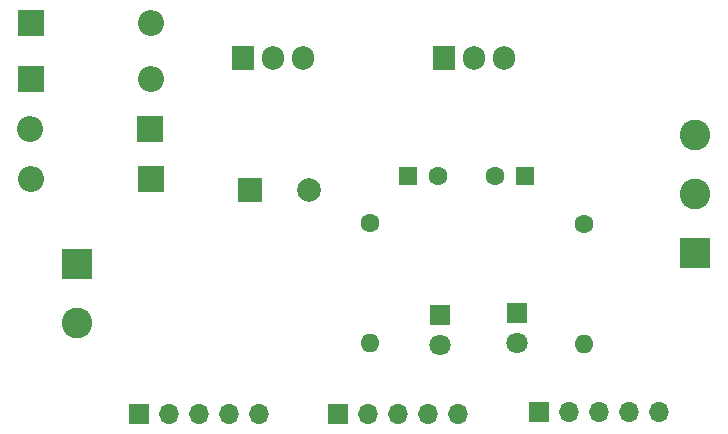
<source format=gbr>
%TF.GenerationSoftware,KiCad,Pcbnew,8.0.7*%
%TF.CreationDate,2025-08-08T15:29:20+05:30*%
%TF.ProjectId,power board_v1,706f7765-7220-4626-9f61-72645f76312e,rev?*%
%TF.SameCoordinates,Original*%
%TF.FileFunction,Copper,L1,Top*%
%TF.FilePolarity,Positive*%
%FSLAX46Y46*%
G04 Gerber Fmt 4.6, Leading zero omitted, Abs format (unit mm)*
G04 Created by KiCad (PCBNEW 8.0.7) date 2025-08-08 15:29:20*
%MOMM*%
%LPD*%
G01*
G04 APERTURE LIST*
%TA.AperFunction,ComponentPad*%
%ADD10R,2.200000X2.200000*%
%TD*%
%TA.AperFunction,ComponentPad*%
%ADD11O,2.200000X2.200000*%
%TD*%
%TA.AperFunction,ComponentPad*%
%ADD12R,1.905000X2.000000*%
%TD*%
%TA.AperFunction,ComponentPad*%
%ADD13O,1.905000X2.000000*%
%TD*%
%TA.AperFunction,ComponentPad*%
%ADD14R,1.700000X1.700000*%
%TD*%
%TA.AperFunction,ComponentPad*%
%ADD15O,1.700000X1.700000*%
%TD*%
%TA.AperFunction,ComponentPad*%
%ADD16C,1.600000*%
%TD*%
%TA.AperFunction,ComponentPad*%
%ADD17O,1.600000X1.600000*%
%TD*%
%TA.AperFunction,ComponentPad*%
%ADD18R,1.800000X1.800000*%
%TD*%
%TA.AperFunction,ComponentPad*%
%ADD19C,1.800000*%
%TD*%
%TA.AperFunction,ComponentPad*%
%ADD20R,2.600000X2.600000*%
%TD*%
%TA.AperFunction,ComponentPad*%
%ADD21C,2.600000*%
%TD*%
%TA.AperFunction,ComponentPad*%
%ADD22R,1.600000X1.600000*%
%TD*%
%TA.AperFunction,ComponentPad*%
%ADD23R,2.000000X2.000000*%
%TD*%
%TA.AperFunction,ComponentPad*%
%ADD24C,2.000000*%
%TD*%
G04 APERTURE END LIST*
D10*
%TO.P,D2,1,K*%
%TO.N,/P-*%
X35620000Y-50450000D03*
D11*
%TO.P,D2,2,A*%
%TO.N,GND*%
X45780000Y-50450000D03*
%TD*%
D12*
%TO.P,U2,1,VI*%
%TO.N,+12V*%
X53560000Y-48695000D03*
D13*
%TO.P,U2,2,GND*%
%TO.N,GND*%
X56100000Y-48695000D03*
%TO.P,U2,3,VO*%
%TO.N,/12V*%
X58640000Y-48695000D03*
%TD*%
D10*
%TO.P,D1,1,K*%
%TO.N,/P+*%
X35645000Y-45675000D03*
D11*
%TO.P,D1,2,A*%
%TO.N,GND*%
X45805000Y-45675000D03*
%TD*%
D14*
%TO.P,J3,1,Pin_1*%
%TO.N,GND*%
X44745000Y-78775000D03*
D15*
%TO.P,J3,2,Pin_2*%
X47285000Y-78775000D03*
%TO.P,J3,3,Pin_3*%
X49825000Y-78775000D03*
%TO.P,J3,4,Pin_4*%
X52365000Y-78775000D03*
%TO.P,J3,5,Pin_5*%
X54905000Y-78775000D03*
%TD*%
D16*
%TO.P,R2,1*%
%TO.N,/12V*%
X64300000Y-62670000D03*
D17*
%TO.P,R2,2*%
%TO.N,Net-(D6-A)*%
X64300000Y-72830000D03*
%TD*%
D18*
%TO.P,D6,1,K*%
%TO.N,GND*%
X70250000Y-70430000D03*
D19*
%TO.P,D6,2,A*%
%TO.N,Net-(D6-A)*%
X70250000Y-72970000D03*
%TD*%
D14*
%TO.P,J4,1,Pin_1*%
%TO.N,/12V*%
X61645000Y-78775000D03*
D15*
%TO.P,J4,2,Pin_2*%
X64185000Y-78775000D03*
%TO.P,J4,3,Pin_3*%
X66725000Y-78775000D03*
%TO.P,J4,4,Pin_4*%
X69265000Y-78775000D03*
%TO.P,J4,5,Pin_5*%
X71805000Y-78775000D03*
%TD*%
D10*
%TO.P,D3,1,K*%
%TO.N,+12V*%
X45755000Y-58875000D03*
D11*
%TO.P,D3,2,A*%
%TO.N,/P+*%
X35595000Y-58875000D03*
%TD*%
D20*
%TO.P,J1,1,Pin_1*%
%TO.N,/P-*%
X39500000Y-66075000D03*
D21*
%TO.P,J1,2,Pin_2*%
%TO.N,/P+*%
X39500000Y-71075000D03*
%TD*%
D22*
%TO.P,C2,1*%
%TO.N,/5V*%
X77430113Y-58675000D03*
D16*
%TO.P,C2,2*%
%TO.N,GND*%
X74930113Y-58675000D03*
%TD*%
D20*
%TO.P,J2,1,Pin_1*%
%TO.N,GND*%
X91875000Y-65200000D03*
D21*
%TO.P,J2,2,Pin_2*%
%TO.N,/5V*%
X91875000Y-60200000D03*
%TO.P,J2,3,Pin_3*%
%TO.N,/12V*%
X91875000Y-55200000D03*
%TD*%
D12*
%TO.P,U1,1,IN*%
%TO.N,+12V*%
X70585000Y-48695000D03*
D13*
%TO.P,U1,2,GND*%
%TO.N,GND*%
X73125000Y-48695000D03*
%TO.P,U1,3,OUT*%
%TO.N,/5V*%
X75665000Y-48695000D03*
%TD*%
D10*
%TO.P,D4,1,K*%
%TO.N,+12V*%
X45730000Y-54675000D03*
D11*
%TO.P,D4,2,A*%
%TO.N,/P-*%
X35570000Y-54675000D03*
%TD*%
D22*
%TO.P,C3,1*%
%TO.N,/12V*%
X67550000Y-58625000D03*
D16*
%TO.P,C3,2*%
%TO.N,GND*%
X70050000Y-58625000D03*
%TD*%
D18*
%TO.P,D5,1,K*%
%TO.N,GND*%
X76750000Y-70280000D03*
D19*
%TO.P,D5,2,A*%
%TO.N,Net-(D5-A)*%
X76750000Y-72820000D03*
%TD*%
D14*
%TO.P,J5,1,Pin_1*%
%TO.N,/5V*%
X78620000Y-78650000D03*
D15*
%TO.P,J5,2,Pin_2*%
X81160000Y-78650000D03*
%TO.P,J5,3,Pin_3*%
X83700000Y-78650000D03*
%TO.P,J5,4,Pin_4*%
X86240000Y-78650000D03*
%TO.P,J5,5,Pin_5*%
X88780000Y-78650000D03*
%TD*%
D16*
%TO.P,R1,1*%
%TO.N,/5V*%
X82425000Y-62695000D03*
D17*
%TO.P,R1,2*%
%TO.N,Net-(D5-A)*%
X82425000Y-72855000D03*
%TD*%
D23*
%TO.P,C1,1*%
%TO.N,+12V*%
X54182323Y-59850000D03*
D24*
%TO.P,C1,2*%
%TO.N,GND*%
X59182323Y-59850000D03*
%TD*%
M02*

</source>
